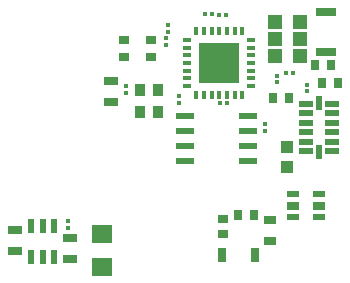
<source format=gtp>
G75*
%MOIN*%
%OFA0B0*%
%FSLAX24Y24*%
%IPPOS*%
%LPD*%
%AMOC8*
5,1,8,0,0,1.08239X$1,22.5*
%
%ADD10R,0.0269X0.0128*%
%ADD11R,0.0128X0.0269*%
%ADD12R,0.0269X0.0128*%
%ADD13R,0.1367X0.1367*%
%ADD14R,0.0118X0.0118*%
%ADD15R,0.0472X0.0472*%
%ADD16R,0.0276X0.0354*%
%ADD17R,0.0709X0.0630*%
%ADD18R,0.0472X0.0315*%
%ADD19R,0.0354X0.0394*%
%ADD20R,0.0244X0.0480*%
%ADD21R,0.0669X0.0315*%
%ADD22R,0.0472X0.0197*%
%ADD23R,0.0197X0.0472*%
%ADD24R,0.0394X0.0433*%
%ADD25R,0.0610X0.0236*%
%ADD26R,0.0354X0.0315*%
%ADD27R,0.0130X0.0142*%
%ADD28R,0.0142X0.0130*%
%ADD29R,0.0354X0.0276*%
%ADD30R,0.0280X0.0500*%
%ADD31R,0.0400X0.0280*%
%ADD32R,0.0433X0.0236*%
%ADD33R,0.0433X0.0276*%
D10*
X007118Y010178D03*
X007118Y010434D03*
X007118Y010689D03*
X007118Y010945D03*
X007118Y011201D03*
X007118Y011457D03*
X007118Y011713D03*
D11*
X007414Y012009D03*
X007670Y012009D03*
X007926Y012009D03*
X008182Y012009D03*
X008438Y012009D03*
X008693Y012009D03*
X008949Y012009D03*
X008949Y009882D03*
X008693Y009882D03*
X008438Y009882D03*
X008182Y009882D03*
X007926Y009882D03*
X007670Y009882D03*
X007414Y009882D03*
D12*
X009245Y010178D03*
X009245Y010434D03*
X009245Y010689D03*
X009245Y010945D03*
X009245Y011201D03*
X009245Y011457D03*
X009245Y011713D03*
D13*
X008182Y010945D03*
D14*
X008171Y012542D03*
X007935Y012587D03*
X007699Y012587D03*
X008407Y012542D03*
X006474Y012209D03*
X006474Y011972D03*
X006411Y011766D03*
X006411Y011530D03*
X009712Y008920D03*
X009712Y008684D03*
X010418Y010609D03*
X010654Y010609D03*
X003129Y005680D03*
X003129Y005444D03*
D15*
X010048Y011181D03*
X010049Y011749D03*
X010047Y012318D03*
X010874Y012318D03*
X010876Y011749D03*
X010874Y011181D03*
D16*
X011386Y010859D03*
X011898Y010859D03*
X012137Y010291D03*
X011625Y010291D03*
X010497Y009776D03*
X009985Y009776D03*
X009337Y005888D03*
X008825Y005888D03*
D17*
X004265Y004148D03*
X004265Y005251D03*
D18*
X003194Y005120D03*
X003194Y004411D03*
X001390Y004677D03*
X001390Y005386D03*
X004567Y009647D03*
X004567Y010355D03*
D19*
X005543Y010029D03*
X006153Y010029D03*
X006153Y009301D03*
X005543Y009301D03*
D20*
X002673Y005494D03*
X002299Y005494D03*
X001925Y005494D03*
X001925Y004470D03*
X002299Y004470D03*
X002673Y004470D03*
D21*
X011754Y011314D03*
X011754Y012652D03*
D22*
X011936Y009577D03*
X011936Y009262D03*
X011936Y008947D03*
X011936Y008632D03*
X011936Y008317D03*
X011936Y008002D03*
X011070Y008002D03*
X011070Y008317D03*
X011070Y008632D03*
X011070Y008947D03*
X011070Y009262D03*
X011070Y009577D03*
D23*
X011503Y009616D03*
X011503Y007963D03*
D24*
X010451Y008149D03*
X010451Y007480D03*
D25*
X009159Y007683D03*
X009159Y008183D03*
X009159Y008683D03*
X009159Y009183D03*
X007033Y009183D03*
X007033Y008683D03*
X007033Y008183D03*
X007033Y007683D03*
D26*
X005912Y011144D03*
X005912Y011696D03*
X005006Y011696D03*
X005006Y011144D03*
D27*
X005074Y010179D03*
X005074Y009958D03*
X006841Y009840D03*
X006841Y009620D03*
X010095Y010296D03*
X010095Y010516D03*
X011099Y010223D03*
X011099Y010003D03*
D28*
X008443Y009605D03*
X008223Y009605D03*
D29*
X008321Y005744D03*
X008321Y005232D03*
D30*
X008281Y004558D03*
X009381Y004558D03*
D31*
X009871Y004993D03*
X009871Y005723D03*
D32*
X010658Y005794D03*
X010658Y006582D03*
X011524Y006582D03*
X011524Y005794D03*
D33*
X011524Y006188D03*
X010658Y006188D03*
M02*

</source>
